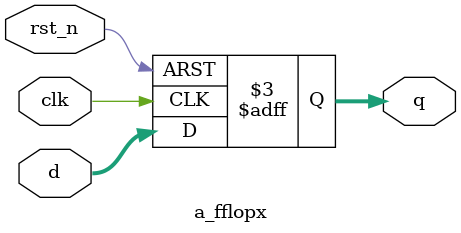
<source format=v>

module a_fflopx.v
    (

     );

////////////////////////////////////////////////////////////////////////////////
// Parameter declarations

////////////////////////////////////////////////////////////////////////////////
// Port declarations


////////////////////////////////////////////////////////////////////////////////
// Local logic and instantiation

endmodule 

////////////////////////////////////////////////////////////////////////////////
// 
// Company    : ROBERT BOSCH ENGINEERING VN
// Department : RBVH/EVH2
// Project    : 
// File       : a_fflopx.v
// Author     : Tan.LeVan@vn.bosch.com
// Created    : Wed Jul 15 19:18:36 2015
// Description: This module is asynchronous flip-flop for a signal or a bus.
// 
// History    : 
// 
////////////////////////////////////////////////////////////////////////////////

module a_fflopx
    (
     clk,
     rst_n,
     d,
     q
     );

////////////////////////////////////////////////////////////////////////////////
// Parameter declarations
parameter           SIZE = 8;
parameter           RST_VAL = {SIZE{1'b0}};

////////////////////////////////////////////////////////////////////////////////
// Port declarations
input               clk;
input               rst_n;
input [SIZE-1:0]    d;
output [SIZE-1:0]   q;

////////////////////////////////////////////////////////////////////////////////
// Local logic and instantiation
reg [SIZE-1:0]      q;

always @(posedge clk or negedge rst_n)
    begin
    if (!rst_n) q <= RST_VAL;
    else        q <= d;
    end
    
endmodule 

</source>
